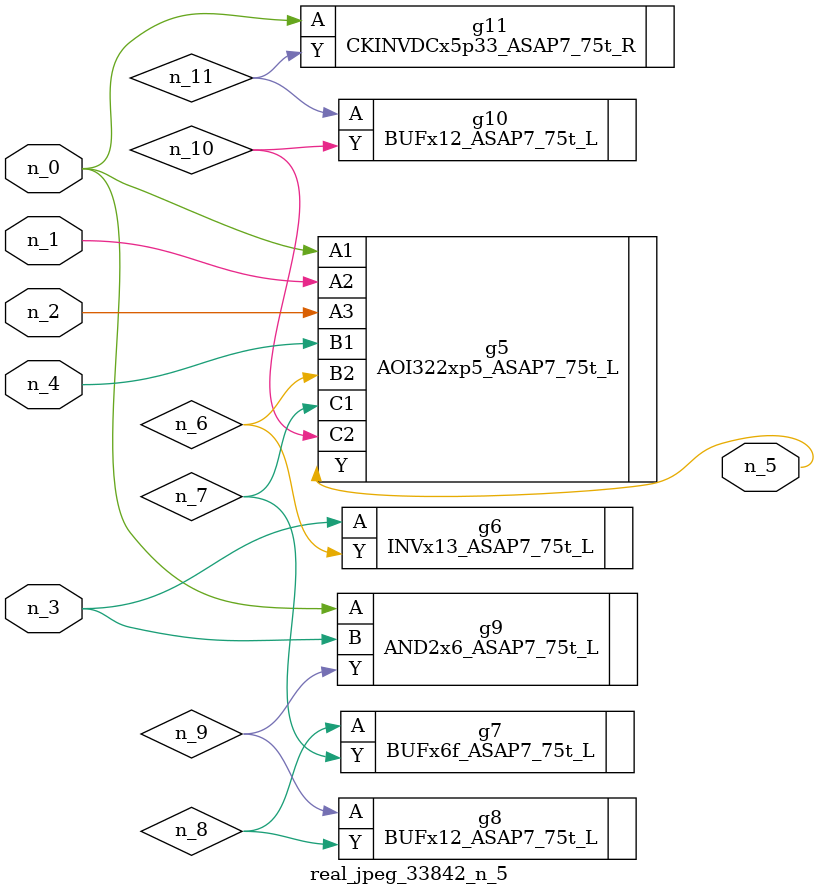
<source format=v>
module real_jpeg_33842_n_5 (n_4, n_0, n_1, n_2, n_3, n_5);

input n_4;
input n_0;
input n_1;
input n_2;
input n_3;

output n_5;

wire n_8;
wire n_11;
wire n_6;
wire n_7;
wire n_10;
wire n_9;

AOI322xp5_ASAP7_75t_L g5 ( 
.A1(n_0),
.A2(n_1),
.A3(n_2),
.B1(n_4),
.B2(n_6),
.C1(n_7),
.C2(n_10),
.Y(n_5)
);

AND2x6_ASAP7_75t_L g9 ( 
.A(n_0),
.B(n_3),
.Y(n_9)
);

CKINVDCx5p33_ASAP7_75t_R g11 ( 
.A(n_0),
.Y(n_11)
);

INVx13_ASAP7_75t_L g6 ( 
.A(n_3),
.Y(n_6)
);

BUFx6f_ASAP7_75t_L g7 ( 
.A(n_8),
.Y(n_7)
);

BUFx12_ASAP7_75t_L g8 ( 
.A(n_9),
.Y(n_8)
);

BUFx12_ASAP7_75t_L g10 ( 
.A(n_11),
.Y(n_10)
);


endmodule
</source>
